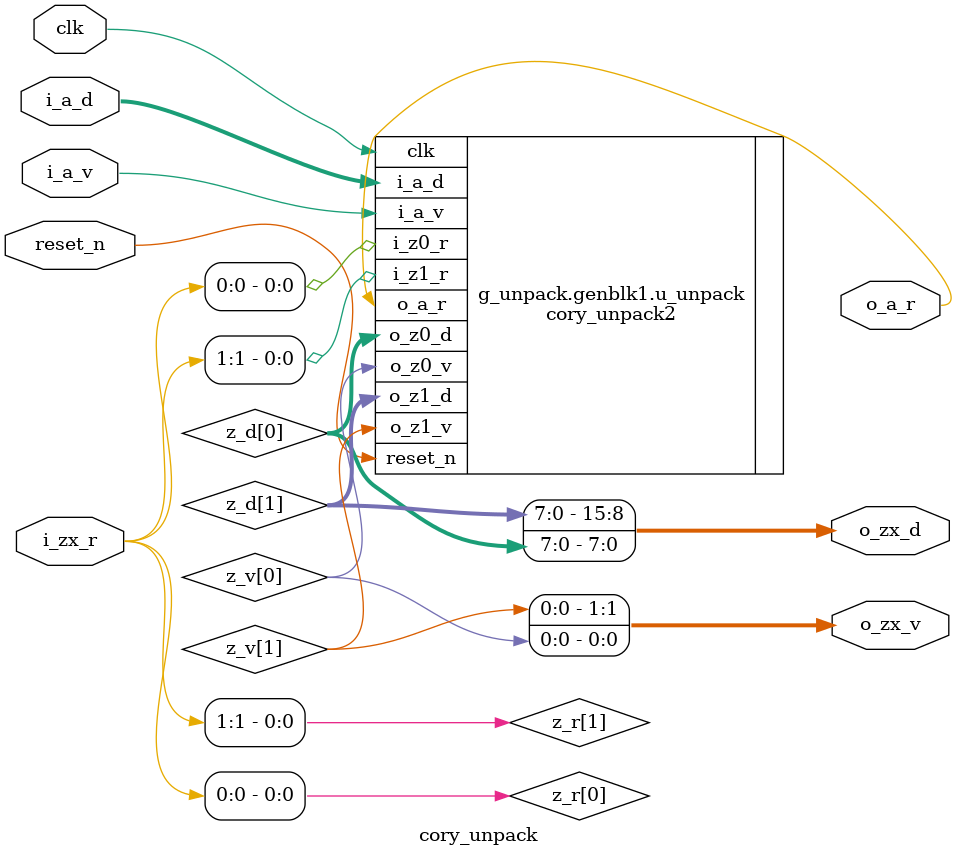
<source format=v>
`ifndef CORY_UNPACK
    `define CORY_UNPACK

module cory_unpack # (
    parameter   N   = 8,
    parameter   R   = 2,            // 2,3,4,8,16
    parameter   A   = N * R,        // do not touch
    parameter   Z   = N             // do not touch
) (
    input           clk,

    input           i_a_v,
    input   [A-1:0] i_a_d,
    output          o_a_r,

    output  [R-1:0] o_zx_v,
    output  [A-1:0] o_zx_d,
    input   [R-1:0] i_zx_r,

    input           reset_n
);

//------------------------------------------------------------------------------

wire            z_v [0:R-1];
wire    [Z-1:0] z_d [0:R-1];
wire            z_r [0:R-1];

generate
begin : g_unpack
    case (R)
    16: begin
        assign  o_zx_v  = {z_v[15], z_v[14], z_v[13], z_v[12], z_v[11], z_v[10], z_v[9], z_v[8],
                           z_v[7], z_v[6], z_v[5], z_v[4], z_v[3], z_v[2], z_v[1], z_v[0]};
        assign  o_zx_d  = {z_d[15], z_d[14], z_d[13], z_d[12], z_d[11], z_d[10], z_d[9], z_d[8],
                           z_d[7], z_d[6], z_d[5], z_d[4], z_d[3], z_d[2], z_d[1], z_d[0]};
        assign  {z_r[15], z_r[14], z_r[13], z_r[12], z_r[11], z_r[10], z_r[9], z_r[8],
                 z_r[7], z_r[6], z_r[5], z_r[4], z_r[3], z_r[2], z_r[1], z_r[0]}    = i_zx_r;

        cory_unpack16 #(.N(N)) u_unpack (
            .clk        (clk),
            .i_a_v      (i_a_v),
            .i_a_d      (i_a_d),
            .o_a_r      (o_a_r),
            .o_z0_v     (z_v[0]),
            .o_z0_d     (z_d[0]),
            .i_z0_r     (z_r[0]),
            .o_z1_v     (z_v[1]),
            .o_z1_d     (z_d[1]),
            .i_z1_r     (z_r[1]),
            .o_z2_v     (z_v[2]),
            .o_z2_d     (z_d[2]),
            .i_z2_r     (z_r[2]),
            .o_z3_v     (z_v[3]),
            .o_z3_d     (z_d[3]),
            .i_z3_r     (z_r[3]),
            .o_z4_v     (z_v[4]),
            .o_z4_d     (z_d[4]),
            .i_z4_r     (z_r[4]),
            .o_z5_v     (z_v[5]),
            .o_z5_d     (z_d[5]),
            .i_z5_r     (z_r[5]),
            .o_z6_v     (z_v[6]),
            .o_z6_d     (z_d[6]),
            .i_z6_r     (z_r[6]),
            .o_z7_v     (z_v[7]),
            .o_z7_d     (z_d[7]),
            .i_z7_r     (z_r[7]),
            .o_z8_v     (z_v[8]),
            .o_z8_d     (z_d[8]),
            .i_z8_r     (z_r[8]),
            .o_z9_v     (z_v[9]),
            .o_z9_d     (z_d[9]),
            .i_z9_r     (z_r[9]),
            .o_za_v     (z_v[10]),
            .o_za_d     (z_d[10]),
            .i_za_r     (z_r[10]),
            .o_zb_v     (z_v[11]),
            .o_zb_d     (z_d[11]),
            .i_zb_r     (z_r[11]),
            .o_zc_v     (z_v[12]),
            .o_zc_d     (z_d[12]),
            .i_zc_r     (z_r[12]),
            .o_zd_v     (z_v[13]),
            .o_zd_d     (z_d[13]),
            .i_zd_r     (z_r[13]),
            .o_ze_v     (z_v[14]),
            .o_ze_d     (z_d[14]),
            .i_ze_r     (z_r[14]),
            .o_zf_v     (z_v[15]),
            .o_zf_d     (z_d[15]),
            .i_zf_r     (z_r[15]),
            .reset_n    (reset_n)
        );
    end
    8: begin
        assign  o_zx_v  = {z_v[7], z_v[6], z_v[5], z_v[4], z_v[3], z_v[2], z_v[1], z_v[0]};
        assign  o_zx_d  = {z_d[7], z_d[6], z_d[5], z_d[4], z_d[3], z_d[2], z_d[1], z_d[0]};
        assign  {z_r[7], z_r[6], z_r[5], z_r[4], z_r[3], z_r[2], z_r[1], z_r[0]}    = i_zx_r;

        cory_unpack8 #(.N(N)) u_unpack (
            .clk        (clk),
            .i_a_v      (i_a_v),
            .i_a_d      (i_a_d),
            .o_a_r      (o_a_r),
            .o_z0_v     (z_v[0]),
            .o_z0_d     (z_d[0]),
            .i_z0_r     (z_r[0]),
            .o_z1_v     (z_v[1]),
            .o_z1_d     (z_d[1]),
            .i_z1_r     (z_r[1]),
            .o_z2_v     (z_v[2]),
            .o_z2_d     (z_d[2]),
            .i_z2_r     (z_r[2]),
            .o_z3_v     (z_v[3]),
            .o_z3_d     (z_d[3]),
            .i_z3_r     (z_r[3]),
            .o_z4_v     (z_v[4]),
            .o_z4_d     (z_d[4]),
            .i_z4_r     (z_r[4]),
            .o_z5_v     (z_v[5]),
            .o_z5_d     (z_d[5]),
            .i_z5_r     (z_r[5]),
            .o_z6_v     (z_v[6]),
            .o_z6_d     (z_d[6]),
            .i_z6_r     (z_r[6]),
            .o_z7_v     (z_v[7]),
            .o_z7_d     (z_d[7]),
            .i_z7_r     (z_r[7]),
            .reset_n    (reset_n)
        );
    end
    4: begin
        assign  o_zx_v  = {z_v[3], z_v[2], z_v[1], z_v[0]};
        assign  o_zx_d  = {z_d[3], z_d[2], z_d[1], z_d[0]};
        assign  {z_r[3], z_r[2], z_r[1], z_r[0]}    = i_zx_r;

        cory_unpack4 #(.N(N)) u_unpack (
            .clk        (clk),
            .i_a_v      (i_a_v),
            .i_a_d      (i_a_d),
            .o_a_r      (o_a_r),
            .o_z0_v     (z_v[0]),
            .o_z0_d     (z_d[0]),
            .i_z0_r     (z_r[0]),
            .o_z1_v     (z_v[1]),
            .o_z1_d     (z_d[1]),
            .i_z1_r     (z_r[1]),
            .o_z2_v     (z_v[2]),
            .o_z2_d     (z_d[2]),
            .i_z2_r     (z_r[2]),
            .o_z3_v     (z_v[3]),
            .o_z3_d     (z_d[3]),
            .i_z3_r     (z_r[3]),
            .reset_n    (reset_n)
        );
    end
    3: begin
        assign  o_zx_v  = {z_v[2], z_v[1], z_v[0]};
        assign  o_zx_d  = {z_d[2], z_d[1], z_d[0]};
        assign  {z_r[2], z_r[1], z_r[0]}    = i_zx_r;

        cory_unpack3 #(.N(N)) u_unpack (
            .clk        (clk),
            .i_a_v      (i_a_v),
            .i_a_d      (i_a_d),
            .o_a_r      (o_a_r),
            .o_z0_v     (z_v[0]),
            .o_z0_d     (z_d[0]),
            .i_z0_r     (z_r[0]),
            .o_z1_v     (z_v[1]),
            .o_z1_d     (z_d[1]),
            .i_z1_r     (z_r[1]),
            .o_z2_v     (z_v[2]),
            .o_z2_d     (z_d[2]),
            .i_z2_r     (z_r[2]),
            .reset_n    (reset_n)
        );
    end
    2: begin
        assign  o_zx_v  = {z_v[1], z_v[0]};
        assign  o_zx_d  = {z_d[1], z_d[0]};
        assign  {z_r[1], z_r[0]}    = i_zx_r;

        cory_unpack2 #(.N(N)) u_unpack (
            .clk        (clk),
            .i_a_v      (i_a_v),
            .i_a_d      (i_a_d),
            .o_a_r      (o_a_r),
            .o_z0_v     (z_v[0]),
            .o_z0_d     (z_d[0]),
            .i_z0_r     (z_r[0]),
            .o_z1_v     (z_v[1]),
            .o_z1_d     (z_d[1]),
            .i_z1_r     (z_r[1]),
            .reset_n    (reset_n)
        );
    end
`ifdef  SIM
    default: begin
        initial begin
            $display ("ERROR:%m: R(%1d) not supported", R);
            $finish;
        end
    end
`endif  //  SIM
    endcase
end
endgenerate

endmodule

`endif

</source>
